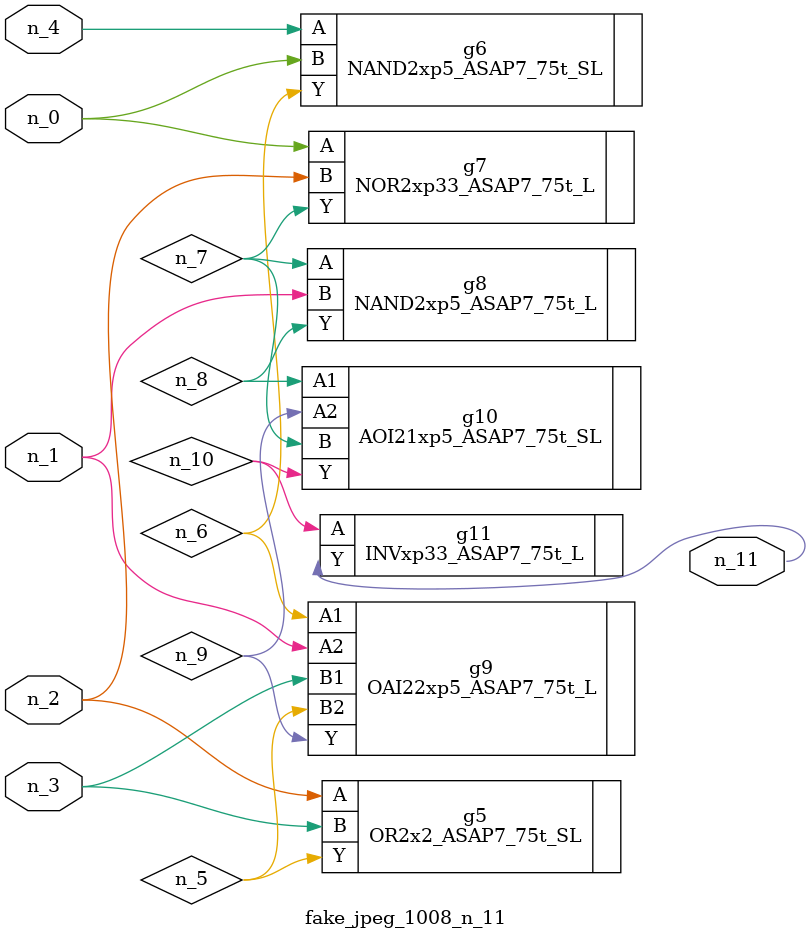
<source format=v>
module fake_jpeg_1008_n_11 (n_3, n_2, n_1, n_0, n_4, n_11);

input n_3;
input n_2;
input n_1;
input n_0;
input n_4;

output n_11;

wire n_10;
wire n_8;
wire n_9;
wire n_6;
wire n_5;
wire n_7;

OR2x2_ASAP7_75t_SL g5 ( 
.A(n_2),
.B(n_3),
.Y(n_5)
);

NAND2xp5_ASAP7_75t_SL g6 ( 
.A(n_4),
.B(n_0),
.Y(n_6)
);

NOR2xp33_ASAP7_75t_L g7 ( 
.A(n_0),
.B(n_2),
.Y(n_7)
);

NAND2xp5_ASAP7_75t_L g8 ( 
.A(n_7),
.B(n_1),
.Y(n_8)
);

AOI21xp5_ASAP7_75t_SL g10 ( 
.A1(n_8),
.A2(n_9),
.B(n_7),
.Y(n_10)
);

OAI22xp5_ASAP7_75t_L g9 ( 
.A1(n_6),
.A2(n_1),
.B1(n_3),
.B2(n_5),
.Y(n_9)
);

INVxp33_ASAP7_75t_L g11 ( 
.A(n_10),
.Y(n_11)
);


endmodule
</source>
